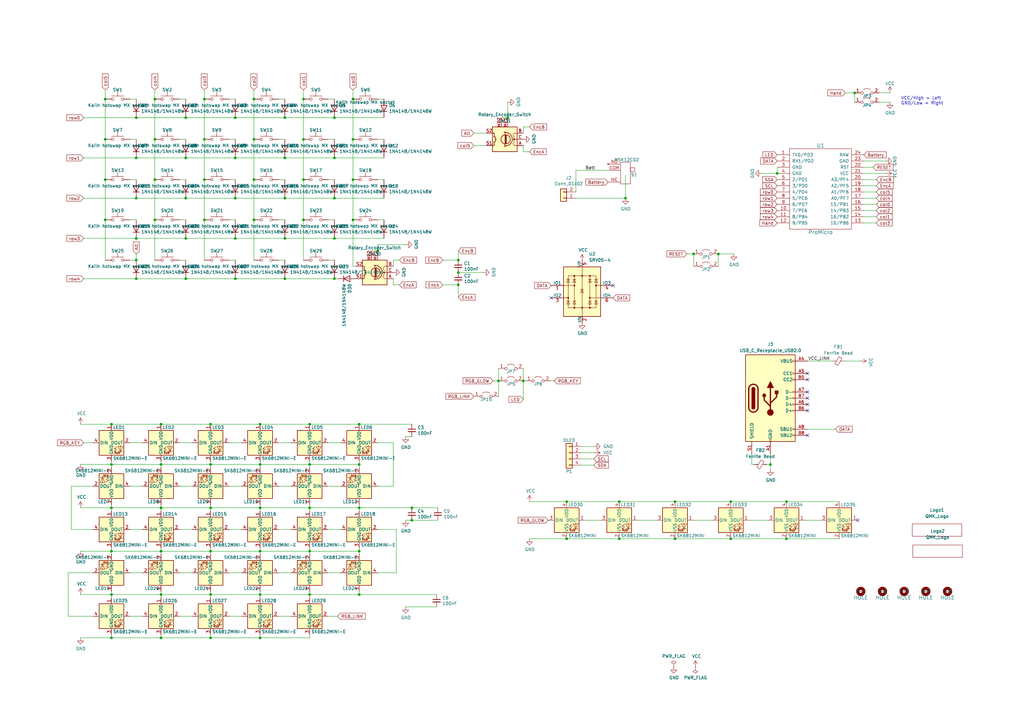
<source format=kicad_sch>
(kicad_sch (version 20230121) (generator eeschema)
  (paper "A3")
  (title_block (title "Lotus 58 Glow") (date "2023-06-09") (rev "v1.3.0") (company "Markus Knutsson <markus.knutsson@tweety.se>") (comment 1 "https://github.com/TweetyDaBird") (comment 2 "Licensed under CERN-OHL-S v2 or any superseding version"))
  (junction (at 124.46 57.15))
  (junction (at 55.88 106.68))
  (junction (at 66.04 261.62))
  (junction (at 137.16 97.79))
  (junction (at 66.04 208.28))
  (junction (at 106.68 243.84))
  (junction (at 214.63 156.21))
  (junction (at 276.86 205.74))
  (junction (at 322.58 205.74))
  (junction (at 86.36 208.28))
  (junction (at 96.52 114.3))
  (junction (at 294.64 104.14))
  (junction (at 144.78 57.15))
  (junction (at 106.68 190.5))
  (junction (at 63.5 90.17))
  (junction (at 86.36 173.99))
  (junction (at 83.82 90.17))
  (junction (at 284.48 104.14))
  (junction (at 187.96 116.84))
  (junction (at 116.84 64.77))
  (junction (at 137.16 64.77))
  (junction (at 45.72 173.99))
  (junction (at 276.86 220.98))
  (junction (at 66.04 243.84))
  (junction (at 55.88 114.3))
  (junction (at 187.96 111.76))
  (junction (at 86.36 261.62))
  (junction (at 116.84 48.26))
  (junction (at 116.84 81.28))
  (junction (at 208.28 48.26))
  (junction (at 124.46 40.64))
  (junction (at 63.5 57.15))
  (junction (at 104.14 40.64))
  (junction (at 76.2 81.28))
  (junction (at 43.18 57.15))
  (junction (at 147.32 226.06))
  (junction (at 55.88 48.26))
  (junction (at 63.5 40.64))
  (junction (at 154.94 102.87))
  (junction (at 55.88 81.28))
  (junction (at 144.78 73.66))
  (junction (at 76.2 64.77))
  (junction (at 104.14 90.17))
  (junction (at 66.04 173.99))
  (junction (at 45.72 208.28))
  (junction (at 168.91 208.28))
  (junction (at 76.2 48.26))
  (junction (at 55.88 97.79))
  (junction (at 299.72 220.98))
  (junction (at 147.32 208.28))
  (junction (at 106.68 173.99))
  (junction (at 63.5 73.66))
  (junction (at 43.18 40.64))
  (junction (at 55.88 64.77))
  (junction (at 116.84 114.3))
  (junction (at 147.32 243.84))
  (junction (at 315.976 190.5))
  (junction (at 45.72 226.06))
  (junction (at 45.72 261.62))
  (junction (at 96.52 64.77))
  (junction (at 168.91 213.36))
  (junction (at 43.18 73.66))
  (junction (at 350.52 38.1))
  (junction (at 76.2 114.3))
  (junction (at 83.82 73.66))
  (junction (at 127 243.84))
  (junction (at 127 208.28))
  (junction (at 45.72 243.84))
  (junction (at 116.84 97.79))
  (junction (at 66.04 190.5))
  (junction (at 86.36 226.06))
  (junction (at 187.96 106.68))
  (junction (at 127 173.99))
  (junction (at 96.52 48.26))
  (junction (at 137.16 81.28))
  (junction (at 127 190.5))
  (junction (at 137.16 48.26))
  (junction (at 124.46 73.66))
  (junction (at 137.16 114.3))
  (junction (at 127 226.06))
  (junction (at 318.77 71.12))
  (junction (at 147.32 190.5))
  (junction (at 45.72 190.5))
  (junction (at 106.68 208.28))
  (junction (at 204.47 156.21))
  (junction (at 83.82 40.64))
  (junction (at 86.36 190.5))
  (junction (at 104.14 73.66))
  (junction (at 83.82 57.15))
  (junction (at 86.36 243.84))
  (junction (at 104.14 57.15))
  (junction (at 96.52 81.28))
  (junction (at 232.41 205.74))
  (junction (at 106.68 226.06))
  (junction (at 322.58 220.98))
  (junction (at 144.78 40.64))
  (junction (at 96.52 97.79))
  (junction (at 144.78 90.17))
  (junction (at 254 220.98))
  (junction (at 106.68 261.62))
  (junction (at 299.72 205.74))
  (junction (at 254 205.74))
  (junction (at 43.18 90.17))
  (junction (at 147.32 173.99))
  (junction (at 76.2 97.79))
  (junction (at 124.46 90.17))
  (junction (at 256.54 81.28))
  (junction (at 232.41 220.98))
  (junction (at 66.04 226.06))
  (no_connect (at 351.79 213.36))
  (no_connect (at 331.216 163.322))
  (no_connect (at 331.216 153.162))
  (no_connect (at 331.216 168.402))
  (no_connect (at 331.216 155.702))
  (no_connect (at 331.216 178.562))
  (no_connect (at 226.06 122.174))
  (no_connect (at 251.46 117.094))
  (no_connect (at 331.216 160.782))
  (no_connect (at 331.216 165.862))
  (wire (pts (xy 299.72 220.98) (xy 322.58 220.98)))
  (wire (pts (xy 354.33 81.28) (xy 359.41 81.28)))
  (wire (pts (xy 147.32 190.5) (xy 147.32 189.23)))
  (wire (pts (xy 238.506 183.134) (xy 243.586 183.134)))
  (wire (pts (xy 127 190.5) (xy 127 189.23)))
  (wire (pts (xy 308.356 186.182) (xy 308.356 190.5)))
  (wire (pts (xy 217.17 220.98) (xy 232.41 220.98)))
  (wire (pts (xy 86.36 226.06) (xy 106.68 226.06)))
  (wire (pts (xy 127 173.99) (xy 147.32 173.99)))
  (wire (pts (xy 137.16 57.15) (xy 134.62 57.15)))
  (wire (pts (xy 187.96 106.68) (xy 187.96 102.87)))
  (wire (pts (xy 127 209.55) (xy 127 208.28)))
  (wire (pts (xy 114.3 40.64) (xy 116.84 40.64)))
  (wire (pts (xy 114.3 252.73) (xy 119.38 252.73)))
  (wire (pts (xy 114.3 181.61) (xy 119.38 181.61)))
  (wire (pts (xy 134.62 217.17) (xy 139.7 217.17)))
  (wire (pts (xy 73.66 199.39) (xy 78.74 199.39)))
  (wire (pts (xy 73.66 73.66) (xy 76.2 73.66)))
  (wire (pts (xy 73.66 234.95) (xy 78.74 234.95)))
  (wire (pts (xy 86.36 208.28) (xy 86.36 209.55)))
  (wire (pts (xy 45.72 261.62) (xy 45.72 260.35)))
  (wire (pts (xy 199.39 54.61) (xy 194.31 54.61)))
  (wire (pts (xy 322.58 205.74) (xy 344.17 205.74)))
  (wire (pts (xy 202.184 156.21) (xy 204.47 156.21)))
  (wire (pts (xy 66.04 245.11) (xy 66.04 243.84)))
  (wire (pts (xy 168.91 213.36) (xy 179.578 213.36)))
  (wire (pts (xy 308.356 190.5) (xy 309.372 190.5)))
  (wire (pts (xy 147.32 208.28) (xy 147.32 209.55)))
  (wire (pts (xy 53.34 199.39) (xy 58.42 199.39)))
  (wire (pts (xy 134.62 181.61) (xy 139.7 181.61)))
  (wire (pts (xy 127 242.57) (xy 127 243.84)))
  (wire (pts (xy 27.94 234.95) (xy 27.94 252.73)))
  (wire (pts (xy 38.1 234.95) (xy 27.94 234.95)))
  (wire (pts (xy 93.98 199.39) (xy 99.06 199.39)))
  (wire (pts (xy 34.29 114.3) (xy 55.88 114.3)))
  (wire (pts (xy 166.37 248.92) (xy 179.07 248.92)))
  (wire (pts (xy 93.98 217.17) (xy 99.06 217.17)))
  (wire (pts (xy 162.56 217.17) (xy 162.56 234.95)))
  (wire (pts (xy 73.66 40.64) (xy 76.2 40.64)))
  (wire (pts (xy 66.04 208.28) (xy 86.36 208.28)))
  (wire (pts (xy 236.22 69.85) (xy 249.428 69.85)))
  (wire (pts (xy 86.36 173.99) (xy 106.68 173.99)))
  (wire (pts (xy 55.88 90.17) (xy 53.34 90.17)))
  (wire (pts (xy 181.61 106.68) (xy 187.96 106.68)))
  (wire (pts (xy 96.52 106.68) (xy 93.98 106.68)))
  (wire (pts (xy 315.976 192.532) (xy 315.976 190.5)))
  (wire (pts (xy 93.98 181.61) (xy 99.06 181.61)))
  (wire (pts (xy 217.17 205.74) (xy 232.41 205.74)))
  (wire (pts (xy 137.16 64.77) (xy 157.48 64.77)))
  (wire (pts (xy 83.82 57.15) (xy 83.82 73.66)))
  (wire (pts (xy 168.91 179.07) (xy 166.37 179.07)))
  (wire (pts (xy 45.72 208.28) (xy 33.02 208.28)))
  (wire (pts (xy 127 243.84) (xy 147.32 243.84)))
  (wire (pts (xy 43.18 36.83) (xy 43.18 40.64)))
  (wire (pts (xy 93.98 40.64) (xy 96.52 40.64)))
  (wire (pts (xy 137.16 114.3) (xy 138.43 114.3)))
  (wire (pts (xy 104.14 40.64) (xy 104.14 57.15)))
  (wire (pts (xy 66.04 208.28) (xy 66.04 209.55)))
  (wire (pts (xy 104.14 36.83) (xy 104.14 40.64)))
  (wire (pts (xy 33.02 173.99) (xy 45.72 173.99)))
  (wire (pts (xy 236.22 69.85) (xy 236.22 78.74)))
  (wire (pts (xy 83.82 73.66) (xy 83.82 90.17)))
  (wire (pts (xy 34.29 181.61) (xy 38.1 181.61)))
  (wire (pts (xy 53.34 181.61) (xy 58.42 181.61)))
  (wire (pts (xy 45.72 190.5) (xy 45.72 191.77)))
  (wire (pts (xy 86.36 224.79) (xy 86.36 226.06)))
  (wire (pts (xy 34.29 64.77) (xy 55.88 64.77)))
  (wire (pts (xy 55.88 64.77) (xy 76.2 64.77)))
  (wire (pts (xy 66.04 242.57) (xy 66.04 243.84)))
  (wire (pts (xy 53.34 73.66) (xy 55.88 73.66)))
  (wire (pts (xy 83.82 40.64) (xy 83.82 57.15)))
  (wire (pts (xy 86.36 190.5) (xy 66.04 190.5)))
  (wire (pts (xy 38.1 217.17) (xy 29.21 217.17)))
  (wire (pts (xy 318.77 71.12) (xy 312.42 71.12)))
  (wire (pts (xy 307.34 213.36) (xy 314.96 213.36)))
  (wire (pts (xy 214.63 156.21) (xy 215.646 156.21)))
  (wire (pts (xy 106.68 190.5) (xy 106.68 189.23)))
  (wire (pts (xy 256.54 71.882) (xy 256.54 81.28)))
  (wire (pts (xy 45.72 227.33) (xy 45.72 226.06)))
  (wire (pts (xy 76.2 114.3) (xy 96.52 114.3)))
  (wire (pts (xy 354.33 73.66) (xy 359.41 73.66)))
  (wire (pts (xy 116.84 73.66) (xy 114.3 73.66)))
  (wire (pts (xy 55.88 104.14) (xy 55.88 106.68)))
  (wire (pts (xy 45.72 208.28) (xy 45.72 209.55)))
  (wire (pts (xy 364.998 41.91) (xy 360.68 41.91)))
  (wire (pts (xy 154.94 73.66) (xy 157.48 73.66)))
  (wire (pts (xy 238.506 185.674) (xy 243.586 185.674)))
  (wire (pts (xy 238.506 190.754) (xy 243.586 190.754)))
  (wire (pts (xy 83.82 90.17) (xy 83.82 106.68)))
  (wire (pts (xy 86.36 190.5) (xy 106.68 190.5)))
  (wire (pts (xy 53.34 252.73) (xy 58.42 252.73)))
  (wire (pts (xy 163.83 116.84) (xy 161.29 116.84)))
  (wire (pts (xy 106.68 208.28) (xy 106.68 209.55)))
  (wire (pts (xy 45.72 189.23) (xy 45.72 190.5)))
  (wire (pts (xy 208.28 41.91) (xy 208.28 48.26)))
  (wire (pts (xy 76.2 81.28) (xy 96.52 81.28)))
  (wire (pts (xy 55.88 97.79) (xy 76.2 97.79)))
  (wire (pts (xy 318.77 68.58) (xy 318.77 71.12)))
  (wire (pts (xy 104.14 73.66) (xy 104.14 90.17)))
  (wire (pts (xy 161.29 116.84) (xy 161.29 114.3)))
  (wire (pts (xy 187.96 121.92) (xy 187.96 116.84)))
  (wire (pts (xy 199.39 59.69) (xy 194.31 59.69)))
  (wire (pts (xy 322.58 220.98) (xy 344.17 220.98)))
  (wire (pts (xy 124.46 90.17) (xy 124.46 106.68)))
  (wire (pts (xy 276.86 220.98) (xy 299.72 220.98)))
  (wire (pts (xy 45.72 207.01) (xy 45.72 208.28)))
  (wire (pts (xy 217.17 52.07) (xy 214.63 52.07)))
  (wire (pts (xy 166.37 100.33) (xy 154.94 100.33)))
  (wire (pts (xy 83.82 36.83) (xy 83.82 40.64)))
  (wire (pts (xy 354.33 71.12) (xy 363.22 71.12)))
  (wire (pts (xy 76.2 64.77) (xy 96.52 64.77)))
  (wire (pts (xy 124.46 40.64) (xy 124.46 57.15)))
  (wire (pts (xy 66.04 261.62) (xy 45.72 261.62)))
  (wire (pts (xy 104.14 57.15) (xy 104.14 73.66)))
  (wire (pts (xy 276.86 205.74) (xy 299.72 205.74)))
  (wire (pts (xy 284.48 213.36) (xy 292.1 213.36)))
  (wire (pts (xy 154.94 90.17) (xy 157.48 90.17)))
  (wire (pts (xy 106.68 190.5) (xy 127 190.5)))
  (wire (pts (xy 27.94 252.73) (xy 38.1 252.73)))
  (wire (pts (xy 254 220.98) (xy 276.86 220.98)))
  (wire (pts (xy 144.78 40.64) (xy 144.78 57.15)))
  (wire (pts (xy 261.62 213.36) (xy 269.24 213.36)))
  (wire (pts (xy 147.32 173.99) (xy 168.91 173.99)))
  (wire (pts (xy 354.33 76.2) (xy 359.41 76.2)))
  (wire (pts (xy 106.68 261.62) (xy 86.36 261.62)))
  (wire (pts (xy 114.3 90.17) (xy 116.84 90.17)))
  (wire (pts (xy 124.46 57.15) (xy 124.46 73.66)))
  (wire (pts (xy 86.36 261.62) (xy 86.36 260.35)))
  (wire (pts (xy 204.47 151.13) (xy 204.47 156.21)))
  (wire (pts (xy 76.2 57.15) (xy 73.66 57.15)))
  (wire (pts (xy 106.68 243.84) (xy 106.68 242.57)))
  (wire (pts (xy 147.32 208.28) (xy 168.91 208.28)))
  (wire (pts (xy 354.33 66.04) (xy 363.22 66.04)))
  (wire (pts (xy 73.66 217.17) (xy 78.74 217.17)))
  (wire (pts (xy 96.52 97.79) (xy 116.84 97.79)))
  (wire (pts (xy 204.47 156.21) (xy 204.47 162.56)))
  (wire (pts (xy 86.36 245.11) (xy 86.36 243.84)))
  (wire (pts (xy 284.48 104.14) (xy 284.48 109.22)))
  (wire (pts (xy 124.46 73.66) (xy 124.46 90.17)))
  (wire (pts (xy 154.94 234.95) (xy 162.56 234.95)))
  (wire (pts (xy 106.68 226.06) (xy 127 226.06)))
  (wire (pts (xy 214.63 151.13) (xy 214.63 156.21)))
  (wire (pts (xy 63.5 36.83) (xy 63.5 40.64)))
  (wire (pts (xy 33.02 243.84) (xy 45.72 243.84)))
  (wire (pts (xy 208.28 48.26) (xy 205.74 48.26)))
  (wire (pts (xy 104.14 90.17) (xy 104.14 106.68)))
  (wire (pts (xy 152.4 102.87) (xy 154.94 102.87)))
  (wire (pts (xy 240.03 213.36) (xy 246.38 213.36)))
  (wire (pts (xy 106.68 245.11) (xy 106.68 243.84)))
  (wire (pts (xy 34.29 97.79) (xy 55.88 97.79)))
  (wire (pts (xy 53.34 234.95) (xy 58.42 234.95)))
  (wire (pts (xy 137.16 106.68) (xy 134.62 106.68)))
  (wire (pts (xy 93.98 57.15) (xy 96.52 57.15)))
  (wire (pts (xy 147.32 224.79) (xy 147.32 226.06)))
  (wire (pts (xy 114.3 234.95) (xy 119.38 234.95)))
  (wire (pts (xy 116.84 106.68) (xy 114.3 106.68)))
  (wire (pts (xy 86.36 190.5) (xy 86.36 191.77)))
  (wire (pts (xy 127 261.62) (xy 106.68 261.62)))
  (wire (pts (xy 33.02 226.06) (xy 45.72 226.06)))
  (wire (pts (xy 147.32 208.28) (xy 147.32 207.01)))
  (wire (pts (xy 106.68 191.77) (xy 106.68 190.5)))
  (wire (pts (xy 154.94 40.64) (xy 157.48 40.64)))
  (wire (pts (xy 147.32 190.5) (xy 147.32 191.77)))
  (wire (pts (xy 127 191.77) (xy 127 190.5)))
  (wire (pts (xy 354.33 83.82) (xy 359.41 83.82)))
  (wire (pts (xy 299.72 205.74) (xy 322.58 205.74)))
  (wire (pts (xy 93.98 234.95) (xy 99.06 234.95)))
  (wire (pts (xy 217.17 62.23) (xy 214.63 62.23)))
  (wire (pts (xy 181.61 116.84) (xy 187.96 116.84)))
  (wire (pts (xy 66.04 173.99) (xy 86.36 173.99)))
  (wire (pts (xy 352.806 148.082) (xy 346.456 148.082)))
  (wire (pts (xy 127 226.06) (xy 147.32 226.06)))
  (wire (pts (xy 350.52 41.91) (xy 350.52 38.1)))
  (wire (pts (xy 86.36 208.28) (xy 86.36 207.01)))
  (wire (pts (xy 187.96 111.76) (xy 198.12 111.76)))
  (wire (pts (xy 354.33 88.9) (xy 359.41 88.9)))
  (wire (pts (xy 73.66 252.73) (xy 78.74 252.73)))
  (wire (pts (xy 29.21 217.17) (xy 29.21 199.39)))
  (wire (pts (xy 147.32 243.84) (xy 179.07 243.84)))
  (wire (pts (xy 281.686 104.14) (xy 284.48 104.14)))
  (wire (pts (xy 214.63 52.07) (xy 214.63 54.61)))
  (wire (pts (xy 55.88 114.3) (xy 76.2 114.3)))
  (wire (pts (xy 93.98 252.73) (xy 99.06 252.73)))
  (wire (pts (xy 66.04 261.62) (xy 66.04 260.35)))
  (wire (pts (xy 137.16 40.64) (xy 134.62 40.64)))
  (wire (pts (xy 45.72 190.5) (xy 33.02 190.5)))
  (wire (pts (xy 96.52 90.17) (xy 93.98 90.17)))
  (wire (pts (xy 116.84 64.77) (xy 137.16 64.77)))
  (wire (pts (xy 137.16 81.28) (xy 157.48 81.28)))
  (wire (pts (xy 66.04 190.5) (xy 66.04 189.23)))
  (wire (pts (xy 354.33 91.44) (xy 359.41 91.44)))
  (wire (pts (xy 45.72 173.99) (xy 66.04 173.99)))
  (wire (pts (xy 34.29 48.26) (xy 55.88 48.26)))
  (wire (pts (xy 154.94 100.33) (xy 154.94 102.87)))
  (wire (pts (xy 144.78 73.66) (xy 144.78 90.17)))
  (wire (pts (xy 127 245.11) (xy 127 243.84)))
  (wire (pts (xy 346.71 38.1) (xy 350.52 38.1)))
  (wire (pts (xy 294.64 104.14) (xy 294.64 109.22)))
  (wire (pts (xy 157.48 57.15) (xy 154.94 57.15)))
  (wire (pts (xy 45.72 190.5) (xy 66.04 190.5)))
  (wire (pts (xy 106.68 224.79) (xy 106.68 226.06)))
  (wire (pts (xy 66.04 224.79) (xy 66.04 226.06)))
  (wire (pts (xy 127 190.5) (xy 147.32 190.5)))
  (wire (pts (xy 147.32 243.84) (xy 147.32 242.57)))
  (wire (pts (xy 96.52 114.3) (xy 116.84 114.3)))
  (wire (pts (xy 116.84 81.28) (xy 137.16 81.28)))
  (wire (pts (xy 106.68 208.28) (xy 127 208.28)))
  (wire (pts (xy 127 261.62) (xy 127 260.35)))
  (wire (pts (xy 354.33 68.58) (xy 358.14 68.58)))
  (wire (pts (xy 127 208.28) (xy 127 207.01)))
  (wire (pts (xy 254 205.74) (xy 276.86 205.74)))
  (wire (pts (xy 154.94 217.17) (xy 162.56 217.17)))
  (wire (pts (xy 161.29 181.61) (xy 161.29 199.39)))
  (wire (pts (xy 96.52 81.28) (xy 116.84 81.28)))
  (wire (pts (xy 86.36 189.23) (xy 86.36 190.5)))
  (wire (pts (xy 96.52 48.26) (xy 116.84 48.26)))
  (wire (pts (xy 63.5 90.17) (xy 63.5 106.68)))
  (wire (pts (xy 66.04 208.28) (xy 66.04 207.01)))
  (wire (pts (xy 66.04 191.77) (xy 66.04 190.5)))
  (wire (pts (xy 86.36 227.33) (xy 86.36 226.06)))
  (wire (pts (xy 138.43 252.73) (xy 134.62 252.73)))
  (wire (pts (xy 73.66 181.61) (xy 78.74 181.61)))
  (wire (pts (xy 163.83 106.68) (xy 161.29 106.68)))
  (wire (pts (xy 127 208.28) (xy 147.32 208.28)))
  (wire (pts (xy 300.99 104.14) (xy 294.64 104.14)))
  (wire (pts (xy 168.91 213.36) (xy 166.37 213.36)))
  (wire (pts (xy 86.36 243.84) (xy 86.36 242.57)))
  (wire (pts (xy 76.2 48.26) (xy 96.52 48.26)))
  (wire (pts (xy 53.34 217.17) (xy 58.42 217.17)))
  (wire (pts (xy 45.72 242.57) (xy 45.72 243.84)))
  (wire (pts (xy 43.18 57.15) (xy 43.18 73.66)))
  (wire (pts (xy 154.94 199.39) (xy 161.29 199.39)))
  (wire (pts (xy 134.62 234.95) (xy 139.7 234.95)))
  (wire (pts (xy 45.72 245.11) (xy 45.72 243.84)))
  (wire (pts (xy 86.36 208.28) (xy 106.68 208.28)))
  (wire (pts (xy 341.376 148.082) (xy 331.216 148.082)))
  (wire (pts (xy 66.04 243.84) (xy 86.36 243.84)))
  (wire (pts (xy 43.18 90.17) (xy 43.18 106.68)))
  (wire (pts (xy 66.04 226.06) (xy 86.36 226.06)))
  (wire (pts (xy 114.3 199.39) (xy 119.38 199.39)))
  (wire (pts (xy 124.46 36.83) (xy 124.46 40.64)))
  (wire (pts (xy 144.78 57.15) (xy 144.78 73.66)))
  (wire (pts (xy 144.78 36.83) (xy 144.78 40.64)))
  (wire (pts (xy 144.78 90.17) (xy 144.78 109.22)))
  (wire (pts (xy 86.36 261.62) (xy 66.04 261.62)))
  (wire (pts (xy 137.16 48.26) (xy 157.48 48.26)))
  (wire (pts (xy 106.68 173.99) (xy 127 173.99)))
  (wire (pts (xy 106.68 261.62) (xy 106.68 260.35)))
  (wire (pts (xy 55.88 48.26) (xy 76.2 48.26)))
  (wire (pts (xy 238.506 188.214) (xy 243.586 188.214)))
  (wire (pts (xy 137.16 97.79) (xy 157.48 97.79)))
  (wire (pts (xy 106.68 243.84) (xy 127 243.84)))
  (wire (pts (xy 76.2 97.79) (xy 96.52 97.79)))
  (wire (pts (xy 127 227.33) (xy 127 226.06)))
  (wire (pts (xy 76.2 90.17) (xy 73.66 90.17)))
  (wire (pts (xy 29.21 199.39) (xy 38.1 199.39)))
  (wire (pts (xy 45.72 261.62) (xy 33.02 261.62)))
  (wire (pts (xy 364.998 38.1) (xy 360.68 38.1)))
  (wire (pts (xy 232.41 220.98) (xy 254 220.98)))
  (wire (pts (xy 45.72 226.06) (xy 66.04 226.06)))
  (wire (pts (xy 168.91 208.28) (xy 179.578 208.28)))
  (wire (pts (xy 63.5 73.66) (xy 63.5 90.17)))
  (wire (pts (xy 161.29 106.68) (xy 161.29 109.22)))
  (wire (pts (xy 114.3 217.17) (xy 119.38 217.17)))
  (wire (pts (xy 137.16 73.66) (xy 134.62 73.66)))
  (wire (pts (xy 144.78 109.22) (xy 146.05 109.22)))
  (wire (pts (xy 76.2 106.68) (xy 73.66 106.68)))
  (wire (pts (xy 55.88 57.15) (xy 53.34 57.15)))
  (wire (pts (xy 314.452 190.5) (xy 315.976 190.5)))
  (wire (pts (xy 354.33 86.36) (xy 359.41 86.36)))
  (wire (pts (xy 106.68 226.06) (xy 106.68 227.33)))
  (wire (pts (xy 116.84 57.15) (xy 114.3 57.15)))
  (wire (pts (xy 93.98 73.66) (xy 96.52 73.66)))
  (wire (pts (xy 330.2 213.36) (xy 336.55 213.36)))
  (wire (pts (xy 55.88 40.64) (xy 53.34 40.64)))
  (wire (pts (xy 154.94 181.61) (xy 161.29 181.61)))
  (wire (pts (xy 86.36 243.84) (xy 106.68 243.84)))
  (wire (pts (xy 127 224.79) (xy 127 226.06)))
  (wire (pts (xy 116.84 114.3) (xy 137.16 114.3)))
  (wire (pts (xy 55.88 81.28) (xy 76.2 81.28)))
  (wire (pts (xy 137.16 90.17) (xy 134.62 90.17)))
  (wire (pts (xy 116.84 97.79) (xy 137.16 97.79)))
  (wire (pts (xy 45.72 208.28) (xy 66.04 208.28)))
  (wire (pts (xy 225.806 156.21) (xy 227.33 156.21)))
  (wire (pts (xy 63.5 40.64) (xy 63.5 57.15)))
  (wire (pts (xy 34.29 81.28) (xy 55.88 81.28)))
  (wire (pts (xy 66.04 226.06) (xy 66.04 227.33)))
  (wire (pts (xy 45.72 243.84) (xy 66.04 243.84)))
  (wire (pts (xy 106.68 208.28) (xy 106.68 207.01)))
  (wire (pts (xy 315.976 190.5) (xy 315.976 186.182)))
  (wire (pts (xy 236.22 81.28) (xy 256.54 81.28)))
  (wire (pts (xy 96.52 64.77) (xy 116.84 64.77)))
  (wire (pts (xy 214.63 62.23) (xy 214.63 59.69)))
  (wire (pts (xy 45.72 224.79) (xy 45.72 226.06)))
  (wire (pts (xy 354.33 78.74) (xy 359.41 78.74)))
  (wire (pts (xy 232.41 205.74) (xy 254 205.74)))
  (wire (pts (xy 53.34 106.68) (xy 55.88 106.68)))
  (wire (pts (xy 331.216 176.022) (xy 342.646 176.022)))
  (wire (pts (xy 147.32 226.06) (xy 147.32 227.33)))
  (wire (pts (xy 43.18 40.64) (xy 43.18 57.15)))
  (wire (pts (xy 116.84 48.26) (xy 137.16 48.26)))
  (wire (pts (xy 63.5 57.15) (xy 63.5 73.66)))
  (wire (pts (xy 214.63 156.21) (xy 214.63 163.83)))
  (wire (pts (xy 43.18 73.66) (xy 43.18 90.17)))
  (wire (pts (xy 134.62 199.39) (xy 139.7 199.39)))
  (text "VCC/High = Left\nGND/Low = Right" (at 369.57 43.18 0) (effects (font (size 1.27 1.27)) (justify left bottom)))
  (label "VCC_LINK" (at 331.47 148.082 0))
  (label "Batt" (at 240.03 69.85 0))
  (global_label "Alt" (shape input) (at 55.88 104.14 90) (property "Intersheetrefs" "${INTERSHEET_REFS}" (effects hide)))
  (global_label "col2" (shape input) (at 359.41 86.36 0) (property "Intersheetrefs" "${INTERSHEET_REFS}" (effects hide)))
  (global_label "EncB" (shape input) (at 359.41 73.66 0) (property "Intersheetrefs" "${INTERSHEET_REFS}" (effects hide)))
  (global_label "RESET" (shape input) (at 281.686 104.14 180) (property "Intersheetrefs" "${INTERSHEET_REFS}" (effects hide)))
  (global_label "row2" (shape input) (at 318.77 83.82 180) (property "Intersheetrefs" "${INTERSHEET_REFS}" (effects hide)))
  (global_label "RESET" (shape input) (at 358.14 68.58 0) (property "Intersheetrefs" "${INTERSHEET_REFS}" (effects hide)))
  (global_label "EncA" (shape input) (at 217.17 62.23 0) (property "Intersheetrefs" "${INTERSHEET_REFS}" (effects hide)))
  (global_label "col4" (shape input) (at 63.5 36.83 90) (property "Intersheetrefs" "${INTERSHEET_REFS}" (effects hide)))
  (global_label "DATA" (shape input) (at 251.46 122.174 0) (property "Intersheetrefs" "${INTERSHEET_REFS}" (effects hide)))
  (global_label "row1" (shape input) (at 318.77 81.28 180) (property "Intersheetrefs" "${INTERSHEET_REFS}" (effects hide)))
  (global_label "RGB_GLOW" (shape input) (at 224.79 213.36 180) (property "Intersheetrefs" "${INTERSHEET_REFS}" (effects hide)))
  (global_label "Battery" (shape input) (at 354.33 63.5 0) (property "Intersheetrefs" "${INTERSHEET_REFS}" (effects hide)))
  (global_label "EncB" (shape input) (at 181.61 106.68 180) (property "Intersheetrefs" "${INTERSHEET_REFS}" (effects hide)))
  (global_label "RGB_GLOW" (shape input) (at 202.184 156.21 180) (property "Intersheetrefs" "${INTERSHEET_REFS}" (effects hide)))
  (global_label "EncA" (shape input) (at 187.96 121.92 0) (property "Intersheetrefs" "${INTERSHEET_REFS}" (effects hide)))
  (global_label "RGB_KEY" (shape input) (at 227.33 156.21 0) (property "Intersheetrefs" "${INTERSHEET_REFS}" (effects hide)))
  (global_label "RGB_LINK" (shape input) (at 194.31 162.56 180) (property "Intersheetrefs" "${INTERSHEET_REFS}" (effects hide)))
  (global_label "row3" (shape input) (at 34.29 97.79 180) (property "Intersheetrefs" "${INTERSHEET_REFS}" (effects hide)))
  (global_label "row3" (shape input) (at 318.77 86.36 180) (property "Intersheetrefs" "${INTERSHEET_REFS}" (effects hide)))
  (global_label "SCL" (shape input) (at 318.77 76.2 180) (property "Intersheetrefs" "${INTERSHEET_REFS}" (effects hide)))
  (global_label "SDA" (shape input) (at 243.586 190.754 0) (property "Intersheetrefs" "${INTERSHEET_REFS}" (effects hide)))
  (global_label "EncA" (shape input) (at 163.83 116.84 0) (property "Intersheetrefs" "${INTERSHEET_REFS}" (effects hide)))
  (global_label "col4" (shape input) (at 359.41 81.28 0) (property "Intersheetrefs" "${INTERSHEET_REFS}" (effects hide)))
  (global_label "row1" (shape input) (at 34.29 64.77 180) (property "Intersheetrefs" "${INTERSHEET_REFS}" (effects hide)))
  (global_label "RGB_LINK" (shape input) (at 138.43 252.73 0) (property "Intersheetrefs" "${INTERSHEET_REFS}" (effects hide)))
  (global_label "row2" (shape input) (at 34.29 81.28 180) (property "Intersheetrefs" "${INTERSHEET_REFS}" (effects hide)))
  (global_label "col5" (shape input) (at 194.31 59.69 180) (property "Intersheetrefs" "${INTERSHEET_REFS}" (effects hide)))
  (global_label "col5" (shape input) (at 43.18 36.83 90) (property "Intersheetrefs" "${INTERSHEET_REFS}" (effects hide)))
  (global_label "EncA" (shape input) (at 359.41 76.2 0) (property "Intersheetrefs" "${INTERSHEET_REFS}" (effects hide)))
  (global_label "col0" (shape input) (at 359.41 83.82 0) (property "Intersheetrefs" "${INTERSHEET_REFS}" (effects hide)))
  (global_label "col3" (shape input) (at 83.82 36.83 90) (property "Intersheetrefs" "${INTERSHEET_REFS}" (effects hide)))
  (global_label "Battery" (shape input) (at 249.428 74.676 180) (property "Intersheetrefs" "${INTERSHEET_REFS}" (effects hide)))
  (global_label "EncB" (shape input) (at 217.17 52.07 0) (property "Intersheetrefs" "${INTERSHEET_REFS}" (effects hide)))
  (global_label "LED" (shape input) (at 318.77 63.5 180) (property "Intersheetrefs" "${INTERSHEET_REFS}" (effects hide)))
  (global_label "SCL" (shape input) (at 243.586 188.214 0) (property "Intersheetrefs" "${INTERSHEET_REFS}" (effects hide)))
  (global_label "Hand" (shape input) (at 318.77 91.44 180) (property "Intersheetrefs" "${INTERSHEET_REFS}" (effects hide)))
  (global_label "row0" (shape input) (at 34.29 48.26 180) (property "Intersheetrefs" "${INTERSHEET_REFS}" (effects hide)))
  (global_label "SDA" (shape input) (at 318.77 73.66 180) (property "Intersheetrefs" "${INTERSHEET_REFS}" (effects hide)))
  (global_label "RGB_KEY" (shape input) (at 34.29 181.61 180) (property "Intersheetrefs" "${INTERSHEET_REFS}" (effects hide)))
  (global_label "Alt" (shape input) (at 194.31 54.61 180) (property "Intersheetrefs" "${INTERSHEET_REFS}" (effects hide)))
  (global_label "col5" (shape input) (at 359.41 78.74 0) (property "Intersheetrefs" "${INTERSHEET_REFS}" (effects hide)))
  (global_label "DATA" (shape input) (at 342.646 176.022 0) (property "Intersheetrefs" "${INTERSHEET_REFS}" (effects hide)))
  (global_label "EncB" (shape input) (at 187.96 102.87 0) (property "Intersheetrefs" "${INTERSHEET_REFS}" (effects hide)))
  (global_label "EncA" (shape input) (at 181.61 116.84 180) (property "Intersheetrefs" "${INTERSHEET_REFS}" (effects hide)))
  (global_label "row4" (shape input) (at 34.29 114.3 180) (property "Intersheetrefs" "${INTERSHEET_REFS}" (effects hide)))
  (global_label "row0" (shape input) (at 318.77 78.74 180) (property "Intersheetrefs" "${INTERSHEET_REFS}" (effects hide)))
  (global_label "col1" (shape input) (at 359.41 88.9 0) (property "Intersheetrefs" "${INTERSHEET_REFS}" (effects hide)))
  (global_label "col1" (shape input) (at 124.46 36.83 90) (property "Intersheetrefs" "${INTERSHEET_REFS}" (effects hide)))
  (global_label "col0" (shape input) (at 144.78 36.83 90) (property "Intersheetrefs" "${INTERSHEET_REFS}" (effects hide)))
  (global_label "Hand" (shape input) (at 346.71 38.1 180) (property "Intersheetrefs" "${INTERSHEET_REFS}" (effects hide)))
  (global_label "col2" (shape input) (at 104.14 36.83 90) (property "Intersheetrefs" "${INTERSHEET_REFS}" (effects hide)))
  (global_label "DATA" (shape input) (at 318.77 66.04 180) (property "Intersheetrefs" "${INTERSHEET_REFS}" (effects hide)))
  (global_label "row4" (shape input) (at 318.77 88.9 180) (property "Intersheetrefs" "${INTERSHEET_REFS}" (effects hide)))
  (global_label "DATA" (shape input) (at 226.06 117.094 180) (property "Intersheetrefs" "${INTERSHEET_REFS}" (effects hide)))
  (global_label "col3" (shape input) (at 359.41 91.44 0) (property "Intersheetrefs" "${INTERSHEET_REFS}" (effects hide)))
  (global_label "EncB" (shape input) (at 163.83 106.68 0) (property "Intersheetrefs" "${INTERSHEET_REFS}" (effects hide)))
  (global_label "LED" (shape input) (at 214.63 163.83 180) (property "Intersheetrefs" "${INTERSHEET_REFS}" (effects hide)))
  (symbol (lib_id "keebio:ProMicro") (at 336.55 77.47 0) (unit 1)
    (property "Reference" "U1" (at 336.55 59.69 0) (effects (font (size 1.524 1.524))))
    (property "Value" "ProMicro" (at 336.55 95.25 0) (effects (font (size 1.524 1.524))))
    (property "Footprint" "Keyboard Controllers:ProMicro_jumpers" (effects hide))
  )
  (symbol (lib_id "Switch:SW_Push") (at 48.26 106.68 0) (mirror y) (unit 1)
    (property "Reference" "SW25" (at 48.26 102.87 0))
    (property "Value" "Kailh hotswap MX socket" (at 48.26 109.22 0))
    (property "Footprint" "Keyboard Switches:SW_MX_HotSwap_Reversible" (effects hide))
  )
  (symbol (lib_id "Switch:SW_Push") (at 68.58 106.68 0) (mirror y) (unit 1)
    (property "Reference" "SW26" (at 68.58 102.87 0))
    (property "Value" "Kailh hotswap MX socket" (at 68.58 109.22 0))
    (property "Footprint" "Keyboard Switches:SW_MX_HotSwap_Reversible" (effects hide))
  )
  (symbol (lib_id "Switch:SW_Push") (at 48.26 40.64 0) (mirror y) (unit 1)
    (property "Reference" "SW1" (at 48.26 36.83 0))
    (property "Value" "Kailh hotswap MX socket" (at 48.26 43.18 0))
    (property "Footprint" "Keyboard Switches:SW_MX_HotSwap_Reversible" (effects hide))
  )
  (symbol (lib_id "Device:D") (at 55.88 44.45 90) (unit 1)
    (property "Reference" "D1" (at 57.8866 43.2816 90) (effects (justify right)))
    (property "Value" "1N4148/1N4148W" (at 57.8866 45.593 90) (effects (justify right)))
    (property "Footprint" "Keyboard Common:Diode_DO35_SOD123" (effects hide))
  )
  (symbol (lib_id "Switch:SW_Push") (at 68.58 40.64 0) (mirror y) (unit 1)
    (property "Reference" "SW2" (at 68.58 36.83 0))
    (property "Value" "Kailh hotswap MX socket" (at 68.58 43.18 0))
    (property "Footprint" "Keyboard Switches:SW_MX_HotSwap_Reversible" (effects hide))
  )
  (symbol (lib_id "Device:D") (at 76.2 44.45 90) (unit 1)
    (property "Reference" "D2" (at 78.2066 43.2816 90) (effects (justify right)))
    (property "Value" "1N4148/1N4148W" (at 78.2066 45.593 90) (effects (justify right)))
    (property "Footprint" "Keyboard Common:Diode_DO35_SOD123" (effects hide))
  )
  (symbol (lib_id "Switch:SW_Push") (at 88.9 40.64 0) (mirror y) (unit 1)
    (property "Reference" "SW3" (at 88.9 36.83 0))
    (property "Value" "Kailh hotswap MX socket" (at 88.9 43.18 0))
    (property "Footprint" "Keyboard Switches:SW_MX_HotSwap_Reversible" (effects hide))
  )
  (symbol (lib_id "Device:D") (at 96.52 44.45 90) (unit 1)
    (property "Reference" "D3" (at 98.5266 43.2816 90) (effects (justify right)))
    (property "Value" "1N4148/1N4148W" (at 98.5266 45.593 90) (effects (justify right)))
    (property "Footprint" "Keyboard Common:Diode_DO35_SOD123" (effects hide))
  )
  (symbol (lib_id "Switch:SW_Push") (at 109.22 40.64 0) (mirror y) (unit 1)
    (property "Reference" "SW4" (at 109.22 36.83 0))
    (property "Value" "Kailh hotswap MX socket" (at 109.22 43.18 0))
    (property "Footprint" "Keyboard Switches:SW_MX_HotSwap_Reversible" (effects hide))
  )
  (symbol (lib_id "Device:D") (at 116.84 44.45 90) (unit 1)
    (property "Reference" "D4" (at 118.8466 43.2816 90) (effects (justify right)))
    (property "Value" "1N4148/1N4148W" (at 118.8466 45.593 90) (effects (justify right)))
    (property "Footprint" "Keyboard Common:Diode_DO35_SOD123" (effects hide))
  )
  (symbol (lib_id "Switch:SW_Push") (at 129.54 40.64 0) (mirror y) (unit 1)
    (property "Reference" "SW5" (at 129.54 36.83 0))
    (property "Value" "Kailh hotswap MX socket" (at 129.54 43.18 0))
    (property "Footprint" "Keyboard Switches:SW_MX_HotSwap_Reversible" (effects hide))
  )
  (symbol (lib_id "Device:D") (at 137.16 44.45 90) (unit 1)
    (property "Reference" "D5" (at 139.1666 43.2816 90) (effects (justify right)))
    (property "Value" "1N4148/1N4148W" (at 139.1666 45.593 90) (effects (justify right)))
    (property "Footprint" "Keyboard Common:Diode_DO35_SOD123" (effects hide))
  )
  (symbol (lib_id "Switch:SW_Push") (at 149.86 40.64 0) (mirror y) (unit 1)
    (property "Reference" "SW6" (at 149.86 36.83 0))
    (property "Value" "Kailh hotswap MX socket" (at 149.86 41.91 0))
    (property "Footprint" "Keyboard Switches:SW_MX_HotSwap_Reversible" (effects hide))
  )
  (symbol (lib_id "Device:D") (at 157.48 44.45 90) (unit 1)
    (property "Reference" "D6" (at 159.4866 43.2816 90) (effects (justify right)))
    (property "Value" "1N4148/1N4148W" (at 159.4866 45.593 90) (effects (justify right)))
    (property "Footprint" "Keyboard Common:Diode_DO35_SOD123" (effects hide))
  )
  (symbol (lib_id "Switch:SW_Push") (at 68.58 57.15 0) (mirror y) (unit 1)
    (property "Reference" "SW8" (at 68.58 53.34 0))
    (property "Value" "Kailh hotswap MX socket" (at 68.58 59.69 0))
    (property "Footprint" "Keyboard Switches:SW_MX_HotSwap_Reversible" (effects hide))
  )
  (symbol (lib_id "Switch:SW_Push") (at 88.9 57.15 0) (mirror y) (unit 1)
    (property "Reference" "SW9" (at 88.9 53.34 0))
    (property "Value" "Kailh hotswap MX socket" (at 88.9 59.69 0))
    (property "Footprint" "Keyboard Switches:SW_MX_HotSwap_Reversible" (effects hide))
  )
  (symbol (lib_id "Switch:SW_Push") (at 109.22 57.15 0) (mirror y) (unit 1)
    (property "Reference" "SW10" (at 109.22 53.34 0))
    (property "Value" "Kailh hotswap MX socket" (at 109.22 59.69 0))
    (property "Footprint" "Keyboard Switches:SW_MX_HotSwap_Reversible" (effects hide))
  )
  (symbol (lib_id "Switch:SW_Push") (at 129.54 57.15 0) (mirror y) (unit 1)
    (property "Reference" "SW11" (at 129.54 53.34 0))
    (property "Value" "Kailh hotswap MX socket" (at 129.54 59.69 0))
    (property "Footprint" "Keyboard Switches:SW_MX_HotSwap_Reversible" (effects hide))
  )
  (symbol (lib_id "Switch:SW_Push") (at 149.86 57.15 0) (mirror y) (unit 1)
    (property "Reference" "SW12" (at 149.86 53.34 0))
    (property "Value" "Kailh hotswap MX socket" (at 149.86 59.69 0))
    (property "Footprint" "Keyboard Switches:SW_MX_HotSwap_Reversible" (effects hide))
  )
  (symbol (lib_id "Switch:SW_Push") (at 48.26 57.15 0) (mirror y) (unit 1)
    (property "Reference" "SW7" (at 48.26 53.34 0))
    (property "Value" "Kailh hotswap MX socket" (at 48.26 59.69 0))
    (property "Footprint" "Keyboard Switches:SW_MX_HotSwap_Reversible" (effects hide))
  )
  (symbol (lib_id "Device:D") (at 55.88 60.96 90) (unit 1)
    (property "Reference" "D7" (at 57.8866 59.7916 90) (effects (justify right)))
    (property "Value" "1N4148/1N4148W" (at 57.8866 62.103 90) (effects (justify right)))
    (property "Footprint" "Keyboard Common:Diode_DO35_SOD123" (effects hide))
  )
  (symbol (lib_id "Device:D") (at 76.2 60.96 90) (unit 1)
    (property "Reference" "D8" (at 78.2066 59.7916 90) (effects (justify right)))
    (property "Value" "1N4148/1N4148W" (at 78.2066 62.103 90) (effects (justify right)))
    (property "Footprint" "Keyboard Common:Diode_DO35_SOD123" (effects hide))
  )
  (symbol (lib_id "Device:D") (at 96.52 60.96 90) (unit 1)
    (property "Reference" "D9" (at 98.5266 59.7916 90) (effects (justify right)))
    (property "Value" "1N4148/1N4148W" (at 98.5266 62.103 90) (effects (justify right)))
    (property "Footprint" "Keyboard Common:Diode_DO35_SOD123" (effects hide))
  )
  (symbol (lib_id "Device:D") (at 116.84 60.96 90) (unit 1)
    (property "Reference" "D10" (at 118.8466 59.7916 90) (effects (justify right)))
    (property "Value" "1N4148/1N4148W" (at 118.8466 62.103 90) (effects (justify right)))
    (property "Footprint" "Keyboard Common:Diode_DO35_SOD123" (effects hide))
  )
  (symbol (lib_id "Device:D") (at 137.16 60.96 90) (unit 1)
    (property "Reference" "D11" (at 139.1666 59.7916 90) (effects (justify right)))
    (property "Value" "1N4148/1N4148W" (at 139.1666 62.103 90) (effects (justify right)))
    (property "Footprint" "Keyboard Common:Diode_DO35_SOD123" (effects hide))
  )
  (symbol (lib_id "Device:D") (at 157.48 60.96 90) (unit 1)
    (property "Reference" "D12" (at 159.4866 59.7916 90) (effects (justify right)))
    (property "Value" "1N4148/1N4148W" (at 159.4866 62.103 90) (effects (justify right)))
    (property "Footprint" "Keyboard Common:Diode_DO35_SOD123" (effects hide))
  )
  (symbol (lib_id "Switch:SW_Push") (at 48.26 73.66 0) (mirror y) (unit 1)
    (property "Reference" "SW13" (at 48.26 69.85 0))
    (property "Value" "Kailh hotswap MX socket" (at 48.26 76.2 0))
    (property "Footprint" "Keyboard Switches:SW_MX_HotSwap_Reversible" (effects hide))
  )
  (symbol (lib_id "Switch:SW_Push") (at 68.58 73.66 0) (mirror y) (unit 1)
    (property "Reference" "SW14" (at 68.58 69.85 0))
    (property "Value" "Kailh hotswap MX socket" (at 68.58 76.2 0))
    (property "Footprint" "Keyboard Switches:SW_MX_HotSwap_Reversible" (effects hide))
  )
  (symbol (lib_id "Switch:SW_Push") (at 88.9 73.66 0) (mirror y) (unit 1)
    (property "Reference" "SW15" (at 88.9 69.85 0))
    (property "Value" "Kailh hotswap MX socket" (at 88.9 76.2 0))
    (property "Footprint" "Keyboard Switches:SW_MX_HotSwap_Reversible" (effects hide))
  )
  (symbol (lib_id "Switch:SW_Push") (at 109.22 73.66 0) (mirror y) (unit 1)
    (property "Reference" "SW16" (at 109.22 69.85 0))
    (property "Value" "Kailh hotswap MX socket" (at 109.22 76.2 0))
    (property "Footprint" "Keyboard Switches:SW_MX_HotSwap_Reversible" (effects hide))
  )
  (symbol (lib_id "Switch:SW_Push") (at 129.54 73.66 0) (mirror y) (unit 1)
    (property "Reference" "SW17" (at 129.54 69.85 0))
    (property "Value" "Kailh hotswap MX socket" (at 129.54 76.2 0))
    (property "Footprint" "Keyboard Switches:SW_MX_HotSwap_Reversible" (effects hide))
  )
  (symbol (lib_id "Switch:SW_Push") (at 149.86 73.66 0) (mirror y) (unit 1)
    (property "Reference" "SW18" (at 149.86 69.85 0))
    (property "Value" "Kailh hotswap MX socket" (at 149.86 76.2 0))
    (property "Footprint" "Keyboard Switches:SW_MX_HotSwap_Reversible" (effects hide))
  )
  (symbol (lib_id "Device:D") (at 55.88 77.47 90) (unit 1)
    (property "Reference" "D13" (at 57.8866 76.3016 90) (effects (justify right)))
    (property "Value" "1N4148/1N4148W" (at 57.8866 78.613 90) (effects (justify right)))
    (property "Footprint" "Keyboard Common:Diode_DO35_SOD123" (effects hide))
  )
  (symbol (lib_id "Device:D") (at 76.2 77.47 90) (unit 1)
    (property "Reference" "D14" (at 78.2066 76.3016 90) (effects (justify right)))
    (property "Value" "1N4148/1N4148W" (at 78.2066 78.613 90) (effects (justify right)))
    (property "Footprint" "Keyboard Common:Diode_DO35_SOD123" (effects hide))
  )
  (symbol (lib_id "Device:D") (at 96.52 77.47 90) (unit 1)
    (property "Reference" "D15" (at 98.5266 76.3016 90) (effects (justify right)))
    (property "Value" "1N4148/1N4148W" (at 98.5266 78.613 90) (effects (justify right)))
    (property "Footprint" "Keyboard Common:Diode_DO35_SOD123" (effects hide))
  )
  (symbol (lib_id "Device:D") (at 116.84 77.47 90) (unit 1)
    (property "Reference" "D16" (at 118.8466 76.3016 90) (effects (justify right)))
    (property "Value" "1N4148/1N4148W" (at 118.8466 78.613 90) (effects (justify right)))
    (property "Footprint" "Keyboard Common:Diode_DO35_SOD123" (effects hide))
  )
  (symbol (lib_id "Device:D") (at 137.16 77.47 90) (unit 1)
    (property "Reference" "D17" (at 139.1666 76.3016 90) (effects (justify right)))
    (property "Value" "1N4148/1N4148W" (at 139.1666 78.613 90) (effects (justify right)))
    (property "Footprint" "Keyboard Common:Diode_DO35_SOD123" (effects hide))
  )
  (symbol (lib_id "Device:D") (at 157.48 77.47 90) (unit 1)
    (property "Reference" "D18" (at 159.4866 76.3016 90) (effects (justify right)))
    (property "Value" "1N4148/1N4148W" (at 159.4866 78.613 90) (effects (justify right)))
    (property "Footprint" "Keyboard Common:Diode_DO35_SOD123" (effects hide))
  )
  (symbol (lib_id "Switch:SW_Push") (at 88.9 90.17 0) (mirror y) (unit 1)
    (property "Reference" "SW21" (at 88.9 86.36 0))
    (property "Value" "Kailh hotswap MX socket" (at 88.9 92.71 0))
    (property "Footprint" "Keyboard Switches:SW_MX_HotSwap_Reversible" (effects hide))
  )
  (symbol (lib_id "Switch:SW_Push") (at 109.22 90.17 0) (mirror y) (unit 1)
    (property "Reference" "SW22" (at 109.22 86.36 0))
    (property "Value" "Kailh hotswap MX socket" (at 109.22 92.71 0))
    (property "Footprint" "Keyboard Switches:SW_MX_HotSwap_Reversible" (effects hide))
  )
  (symbol (lib_id "Switch:SW_Push") (at 129.54 90.17 0) (mirror y) (unit 1)
    (property "Reference" "SW23" (at 129.54 86.36 0))
    (property "Value" "Kailh hotswap MX socket" (at 129.54 92.71 0))
    (property "Footprint" "Keyboard Switches:SW_MX_HotSwap_Reversible" (effects hide))
  )
  (symbol (lib_id "Switch:SW_Push") (at 149.86 90.17 0) (mirror y) (unit 1)
    (property "Reference" "SW24" (at 149.86 86.36 0))
    (property "Value" "Kailh hotswap MX socket" (at 149.86 92.71 0))
    (property "Footprint" "Keyboard Switches:SW_MX_HotSwap_Reversible" (effects hide))
  )
  (symbol (lib_id "Switch:SW_Push") (at 68.58 90.17 0) (mirror y) (unit 1)
    (property "Reference" "SW20" (at 68.58 86.36 0))
    (property "Value" "Kailh hotswap MX socket" (at 68.58 92.71 0))
    (property "Footprint" "Keyboard Switches:SW_MX_HotSwap_Reversible" (effects hide))
  )
  (symbol (lib_id "Switch:SW_Push") (at 48.26 90.17 0) (mirror y) (unit 1)
    (property "Reference" "SW19" (at 48.26 86.36 0))
    (property "Value" "Kailh hotswap MX socket" (at 48.26 92.71 0))
    (property "Footprint" "Keyboard Switches:SW_MX_HotSwap_Reversible" (effects hide))
  )
  (symbol (lib_id "Device:D") (at 55.88 93.98 90) (unit 1)
    (property "Reference" "D19" (at 57.8866 92.8116 90) (effects (justify right)))
    (property "Value" "1N4148/1N4148W" (at 57.8866 95.123 90) (effects (justify right)))
    (property "Footprint" "Keyboard Common:Diode_DO35_SOD123" (effects hide))
  )
  (symbol (lib_id "Device:D") (at 76.2 93.98 90) (unit 1)
    (property "Reference" "D20" (at 78.2066 92.8116 90) (effects (justify right)))
    (property "Value" "1N4148/1N4148W" (at 78.2066 95.123 90) (effects (justify right)))
    (property "Footprint" "Keyboard Common:Diode_DO35_SOD123" (effects hide))
  )
  (symbol (lib_id "Device:D") (at 96.52 93.98 90) (unit 1)
    (property "Reference" "D21" (at 98.5266 92.8116 90) (effects (justify right)))
    (property "Value" "1N4148/1N4148W" (at 98.5266 95.123 90) (effects (justify right)))
    (property "Footprint" "Keyboard Common:Diode_DO35_SOD123" (effects hide))
  )
  (symbol (lib_id "Device:D") (at 116.84 93.98 90) (unit 1)
    (property "Reference" "D22" (at 118.8466 92.8116 90) (effects (justify right)))
    (property "Value" "1N4148/1N4148W" (at 118.8466 95.123 90) (effects (justify right)))
    (property "Footprint" "Keyboard Common:Diode_DO35_SOD123" (effects hide))
  )
  (symbol (lib_id "Device:D") (at 137.16 93.98 90) (unit 1)
    (property "Reference" "D23" (at 139.1666 92.8116 90) (effects (justify right)))
    (property "Value" "1N4148/1N4148W" (at 139.1666 95.123 90) (effects (justify right)))
    (property "Footprint" "Keyboard Common:Diode_DO35_SOD123" (effects hide))
  )
  (symbol (lib_id "Device:D") (at 157.48 93.98 90) (unit 1)
    (property "Reference" "D24" (at 159.4866 92.8116 90) (effects (justify right)))
    (property "Value" "1N4148/1N4148W" (at 159.4866 95.123 90) (effects (justify right)))
    (property "Footprint" "Keyboard Common:Diode_DO35_SOD123" (effects hide))
  )
  (symbol (lib_id "Switch:SW_Push") (at 88.9 106.68 0) (mirror y) (unit 1)
    (property "Reference" "SW27" (at 88.9 102.87 0))
    (property "Value" "Kailh hotswap MX socket" (at 88.9 109.22 0))
    (property "Footprint" "Keyboard Switches:SW_MX_HotSwap_Reversible" (effects hide))
  )
  (symbol (lib_id "Switch:SW_Push") (at 109.22 106.68 0) (mirror y) (unit 1)
    (property "Reference" "SW28" (at 109.22 102.87 0))
    (property "Value" "Kailh hotswap MX socket" (at 109.22 109.22 0))
    (property "Footprint" "Keyboard Switches:SW_MX_HotSwap_Reversible" (effects hide))
  )
  (symbol (lib_id "Switch:SW_Push") (at 129.54 106.68 0) (mirror y) (unit 1)
    (property "Reference" "SW29" (at 129.54 102.87 0))
    (property "Value" "Kailh hotswap MX socket" (at 129.54 109.22 0))
    (property "Footprint" "Keyboard Switches:SW_MX_HotSwap_Reversible" (effects hide))
  )
  (symbol (lib_id "Device:D") (at 55.88 110.49 90) (unit 1)
    (property "Reference" "D25" (at 57.8866 109.3216 90) (effects (justify right)))
    (property "Value" "1N4148/1N4148W" (at 57.8866 111.633 90) (effects (justify right)))
    (property "Footprint" "Keyboard Common:Diode_DO35_SOD123" (effects hide))
  )
  (symbol (lib_id "Device:D") (at 76.2 110.49 90) (unit 1)
    (property "Reference" "D26" (at 78.2066 109.3216 90) (effects (justify right)))
    (property "Value" "1N4148/1N4148W" (at 78.2066 111.633 90) (effects (justify right)))
    (property "Footprint" "Keyboard Common:Diode_DO35_SOD123" (effects hide))
  )
  (symbol (lib_id "Device:D") (at 96.52 110.49 90) (unit 1)
    (property "Reference" "D27" (at 98.5266 109.3216 90) (effects (justify right)))
    (property "Value" "1N4148/1N4148W" (at 98.5266 111.633 90) (effects (justify right)))
    (property "Footprint" "Keyboard Common:Diode_DO35_SOD123" (effects hide))
  )
  (symbol (lib_id "Device:D") (at 116.84 110.49 90) (unit 1)
    (property "Reference" "D28" (at 118.8466 109.3216 90) (effects (justify right)))
    (property "Value" "1N4148/1N4148W" (at 118.8466 111.633 90) (effects (justify right)))
    (property "Footprint" "Keyboard Common:Diode_DO35_SOD123" (effects hide))
  )
  (symbol (lib_id "Device:D") (at 137.16 110.49 90) (unit 1)
    (property "Reference" "D29" (at 139.1666 109.3216 90) (effects (justify right)))
    (property "Value" "1N4148/1N4148W" (at 139.1666 111.633 90) (effects (justify right)))
    (property "Footprint" "Keyboard Common:Diode_DO35_SOD123" (effects hide))
  )
  (symbol (lib_id "power:VCC") (at 363.22 71.12 270) (unit 1)
    (property "Reference" "#PWR04" (effects hide))
    (property "Value" "VCC" (at 367.03 71.12 0))
  )
  (symbol (lib_id "power:GND") (at 300.99 104.14 0) (unit 1)
    (property "Reference" "#PWR05" (effects hide))
    (property "Value" "GND" (at 301.117 108.5342 0))
  )
  (symbol (lib_id "power:PWR_FLAG") (at 276.352 273.558 0) (unit 1)
    (property "Reference" "#FLG01" (effects hide))
    (property "Value" "PWR_FLAG" (at 276.352 269.1384 0))
  )
  (symbol (lib_id "power:GND") (at 276.352 273.558 0) (unit 1)
    (property "Reference" "#PWR015" (effects hide))
    (property "Value" "GND" (at 276.479 277.9522 0))
  )
  (symbol (lib_id "power:VCC") (at 285.242 273.558 0) (unit 1)
    (property "Reference" "#PWR016" (effects hide))
    (property "Value" "VCC" (at 285.6738 269.1638 0))
  )
  (symbol (lib_id "power:PWR_FLAG") (at 285.242 273.558 180) (unit 1)
    (property "Reference" "#FLG02" (effects hide))
    (property "Value" "PWR_FLAG" (at 285.242 277.9522 0))
  )
  (symbol (lib_id "Keyboard Common:Passthrough") (at 361.95 242.57 0) (unit 1)
    (property "Reference" "TH2" (at 361.95 242.57 0) (effects (font (size 1.524 1.524))))
    (property "Value" "HOLE" (at 361.95 245.11 0) (effects (font (size 1.524 1.524))))
    (property "Footprint" "Keyboard Common:Spacer PCB hole" (effects hide))
  )
  (symbol (lib_id "Keyboard Common:Passthrough") (at 370.84 242.57 0) (unit 1)
    (property "Reference" "TH3" (at 370.84 242.57 0) (effects (font (size 1.524 1.524))))
    (property "Value" "HOLE" (at 370.84 245.11 0) (effects (font (size 1.524 1.524))))
    (property "Footprint" "Keyboard Common:Spacer PCB hole" (effects hide))
  )
  (symbol (lib_id "Keyboard Common:Passthrough") (at 379.73 242.57 0) (unit 1)
    (property "Reference" "TH4" (at 379.73 242.57 0) (effects (font (size 1.524 1.524))))
    (property "Value" "HOLE" (at 379.73 245.11 0) (effects (font (size 1.524 1.524))))
    (property "Footprint" "Keyboard Common:Spacer PCB hole" (effects hide))
  )
  (symbol (lib_id "Keyboard Common:Passthrough") (at 388.62 242.57 0) (unit 1)
    (property "Reference" "TH5" (at 388.62 242.57 0) (effects (font (size 1.524 1.524))))
    (property "Value" "HOLE" (at 388.62 245.11 0) (effects (font (size 1.524 1.524))))
    (property "Footprint" "Keyboard Common:Spacer PCB hole" (effects hide))
  )
  (symbol (lib_id "Keyboard Common:Passthrough") (at 353.06 242.57 0) (unit 1)
    (property "Reference" "TH1" (at 353.06 242.57 0) (effects (font (size 1.524 1.524))))
    (property "Value" "HOLE" (at 353.06 245.11 0) (effects (font (size 1.524 1.524))))
    (property "Footprint" "Keyboard Common:Spacer PCB hole" (effects hide))
  )
  (symbol (lib_id "power:GND") (at 363.22 66.04 90) (unit 1)
    (property "Reference" "#PWR02" (effects hide))
    (property "Value" "GND" (at 367.03 66.04 0))
  )
  (symbol (lib_id "power:GND") (at 312.42 71.12 270) (unit 1)
    (property "Reference" "#PWR03" (effects hide))
    (property "Value" "GND" (at 308.61 71.12 0))
  )
  (symbol (lib_id "power:GND") (at 315.976 192.532 0) (unit 1)
    (property "Reference" "#PWR011" (effects hide))
    (property "Value" "GND" (at 316.103 196.9262 0))
  )
  (symbol (lib_id "power:VCC") (at 352.806 148.082 270) (unit 1)
    (property "Reference" "#PWR012" (effects hide))
    (property "Value" "VCC" (at 357.2002 148.5138 0))
  )
  (symbol (lib_id "Connector_Generic:Conn_01x04") (at 233.426 185.674 0) (mirror y) (unit 1)
    (property "Reference" "P1" (at 233.426 193.294 0))
    (property "Value" "OLED" (at 233.426 180.594 0))
    (property "Footprint" "Keyboard Common:SSD1306-0.91-OLED-4pin-128x32 doublesided" (effects hide))
  )
  (symbol (lib_id "power:GND") (at 243.586 183.134 90) (unit 1)
    (property "Reference" "#PWR013" (effects hide))
    (property "Value" "GND" (at 247.396 183.134 90) (effects (justify right)))
  )
  (symbol (lib_id "power:VCC") (at 243.586 185.674 270) (unit 1)
    (property "Reference" "#PWR014" (effects hide))
    (property "Value" "VCC" (at 247.396 185.674 90) (effects (justify left)))
  )
  (symbol (lib_id "Keyboard Common:SK6812MINI-E") (at 45.72 181.61 0) (unit 1)
    (property "Reference" "LED1" (at 46.355 175.26 0) (effects (justify left)))
    (property "Value" "SK6812MINI-E" (at 46.355 187.96 0) (effects (justify left)))
    (property "Footprint" "Keyboard RGB:MX_SK6812MINI-E_REVERSIBLE" (effects hide))
    (property "Datasheet" "https://cdn-shop.adafruit.com/product-files/2686/SK6812MINI_REV.01-1-2.pdf" (effects hide))
  )
  (symbol (lib_id "power:VCC") (at 33.02 173.99 0) (unit 1)
    (property "Reference" "#PWR019" (effects hide))
    (property "Value" "VCC" (at 33.4518 169.5958 0))
  )
  (symbol (lib_id "power:GND") (at 33.02 190.5 0) (unit 1)
    (property "Reference" "#PWR020" (effects hide))
    (property "Value" "GND" (at 33.147 194.8942 0))
  )
  (symbol (lib_id "power:VCC") (at 33.02 208.28 0) (unit 1)
    (property "Reference" "#PWR021" (effects hide))
    (property "Value" "VCC" (at 33.4518 203.8858 0))
  )
  (symbol (lib_id "power:GND") (at 33.02 226.06 0) (unit 1)
    (property "Reference" "#PWR022" (effects hide))
    (property "Value" "GND" (at 33.147 230.4542 0))
  )
  (symbol (lib_id "power:VCC") (at 33.02 243.84 0) (unit 1)
    (property "Reference" "#PWR023" (effects hide))
    (property "Value" "VCC" (at 33.4518 239.4458 0))
  )
  (symbol (lib_id "power:GND") (at 33.02 261.62 0) (unit 1)
    (property "Reference" "#PWR024" (effects hide))
    (property "Value" "GND" (at 33.147 266.0142 0))
  )
  (symbol (lib_id "Keyboard Switches:Rotary_Encoder_Click") (at 153.67 111.76 180) (unit 1)
    (property "Reference" "SW30" (at 153.67 104.14 0))
    (property "Value" "Rotary_Encoder_Switch" (at 153.67 101.6 0))
    (property "Footprint" "Keyboard Encoders:Encoder_Alps_EC11E_Small" (effects hide))
  )
  (symbol (lib_id "Jumper:Jumper_2_Open") (at 355.6 38.1 0) (unit 1)
    (property "Reference" "JP3" (at 355.6 39.37 0))
    (property "Value" "LEFT" (effects hide))
    (property "Footprint" "Keyboard Common:Jumper_Mini" (effects hide))
  )
  (symbol (lib_id "Jumper:Jumper_2_Open") (at 355.6 41.91 0) (unit 1)
    (property "Reference" "JP4" (at 355.6 43.18 0))
    (property "Value" "RIGHT" (effects hide))
    (property "Footprint" "Keyboard Common:Jumper_Mini" (effects hide))
  )
  (symbol (lib_id "power:GND") (at 364.998 41.91 0) (unit 1)
    (property "Reference" "#PWR010" (effects hide))
    (property "Value" "GND" (at 365.125 46.3042 0))
  )
  (symbol (lib_id "power:VCC") (at 364.998 38.1 0) (unit 1)
    (property "Reference" "#PWR09" (effects hide))
    (property "Value" "VCC" (at 364.998 34.29 0))
  )
  (symbol (lib_id "Device:D") (at 142.24 114.3 0) (unit 1)
    (property "Reference" "D30" (at 143.4084 116.3066 90) (effects (justify right)))
    (property "Value" "1N4148/1N4148W" (at 141.097 116.3066 90) (effects (justify right)))
    (property "Footprint" "Keyboard Common:Diode_DO35_SOD123" (effects hide))
  )
  (symbol (lib_id "Device:C_Small") (at 187.96 109.22 0) (unit 1)
    (property "Reference" "C1" (at 190.2968 108.0516 0) (effects (justify left)))
    (property "Value" "100nF" (at 190.2968 110.363 0) (effects (justify left)))
    (property "Footprint" "Keyboard Common:RESISTOR_Reversible" (effects hide))
  )
  (symbol (lib_id "Device:C_Small") (at 187.96 114.3 0) (unit 1)
    (property "Reference" "C2" (at 190.2968 113.1316 0) (effects (justify left)))
    (property "Value" "100nF" (at 190.2968 115.443 0) (effects (justify left)))
    (property "Footprint" "Keyboard Common:RESISTOR_Reversible" (effects hide))
  )
  (symbol (lib_id "power:GND") (at 198.12 111.76 90) (unit 1)
    (property "Reference" "#PWR08" (effects hide))
    (property "Value" "GND" (at 202.5142 111.633 0))
  )
  (symbol (lib_id "Keyboard Switches:Rotary_Encoder_Click") (at 207.01 57.15 180) (unit 1)
    (property "Reference" "SW31" (at 207.01 49.53 0))
    (property "Value" "Rotary_Encoder_Switch" (at 207.01 46.99 0))
    (property "Footprint" "Keyboard Encoders:Encoder_Alps_EC11E_Offset_pad" (effects hide))
  )
  (symbol (lib_id "power:GND") (at 161.29 111.76 90) (unit 1)
    (property "Reference" "#PWR07" (effects hide))
    (property "Value" "GND" (at 165.6842 111.633 0))
  )
  (symbol (lib_id "power:GND") (at 214.63 57.15 90) (unit 1)
    (property "Reference" "#PWR01" (effects hide))
    (property "Value" "GND" (at 219.0242 57.023 0))
  )
  (symbol (lib_id "Jumper:Jumper_2_Open") (at 289.56 104.14 0) (unit 1)
    (property "Reference" "JP1" (at 289.56 105.41 0))
    (property "Value" "RESET" (effects hide))
    (property "Footprint" "Keyboard Common:Jumper_Mini" (effects hide))
  )
  (symbol (lib_id "Jumper:Jumper_2_Open") (at 289.56 109.22 0) (unit 1)
    (property "Reference" "JP2" (at 289.56 110.49 0))
    (property "Value" "RESET" (effects hide))
    (property "Footprint" "Keyboard Common:Jumper_Mini" (effects hide))
  )
  (symbol (lib_id "Keyboard Common:SK6812MINI-E") (at 66.04 181.61 0) (unit 1)
    (property "Reference" "LED2" (at 66.675 175.26 0) (effects (justify left)))
    (property "Value" "SK6812MINI-E" (at 66.675 187.96 0) (effects (justify left)))
    (property "Footprint" "Keyboard RGB:MX_SK6812MINI-E_REVERSIBLE" (effects hide))
    (property "Datasheet" "https://cdn-shop.adafruit.com/product-files/2686/SK6812MINI_REV.01-1-2.pdf" (effects hide))
  )
  (symbol (lib_id "Keyboard Common:SK6812MINI-E") (at 86.36 181.61 0) (unit 1)
    (property "Reference" "LED3" (at 86.995 175.26 0) (effects (justify left)))
    (property "Value" "SK6812MINI-E" (at 86.995 187.96 0) (effects (justify left)))
    (property "Footprint" "Keyboard RGB:MX_SK6812MINI-E_REVERSIBLE" (effects hide))
    (property "Datasheet" "https://cdn-shop.adafruit.com/product-files/2686/SK6812MINI_REV.01-1-2.pdf" (effects hide))
  )
  (symbol (lib_id "Keyboard Common:SK6812MINI-E") (at 106.68 181.61 0) (unit 1)
    (property "Reference" "LED4" (at 107.315 175.26 0) (effects (justify left)))
    (property "Value" "SK6812MINI-E" (at 107.315 187.96 0) (effects (justify left)))
    (property "Footprint" "Keyboard RGB:MX_SK6812MINI-E_REVERSIBLE" (effects hide))
    (property "Datasheet" "https://cdn-shop.adafruit.com/product-files/2686/SK6812MINI_REV.01-1-2.pdf" (effects hide))
  )
  (symbol (lib_id "Keyboard Common:SK6812MINI-E") (at 127 181.61 0) (unit 1)
    (property "Reference" "LED5" (at 127.635 175.26 0) (effects (justify left)))
    (property "Value" "SK6812MINI-E" (at 127.635 187.96 0) (effects (justify left)))
    (property "Footprint" "Keyboard RGB:MX_SK6812MINI-E_REVERSIBLE" (effects hide))
    (property "Datasheet" "https://cdn-shop.adafruit.com/product-files/2686/SK6812MINI_REV.01-1-2.pdf" (effects hide))
  )
  (symbol (lib_id "Keyboard Common:SK6812MINI-E") (at 147.32 181.61 0) (unit 1)
    (property "Reference" "LED6" (at 147.955 175.26 0) (effects (justify left)))
    (property "Value" "SK6812MINI-E" (at 147.955 187.96 0) (effects (justify left)))
    (property "Footprint" "Keyboard RGB:MX_SK6812MINI-E_REVERSIBLE" (effects hide))
    (property "Datasheet" "https://cdn-shop.adafruit.com/product-files/2686/SK6812MINI_REV.01-1-2.pdf" (effects hide))
  )
  (symbol (lib_id "Keyboard Common:SK6812MINI-E") (at 147.32 199.39 180) (unit 1)
    (property "Reference" "LED12" (at 146.685 205.74 0) (effects (justify left)))
    (property "Value" "SK6812MINI-E" (at 146.685 193.04 0) (effects (justify left)))
    (property "Footprint" "Keyboard RGB:MX_SK6812MINI-E_REVERSIBLE" (effects hide))
    (property "Datasheet" "https://cdn-shop.adafruit.com/product-files/2686/SK6812MINI_REV.01-1-2.pdf" (effects hide))
  )
  (symbol (lib_id "Keyboard Common:SK6812MINI-E") (at 127 199.39 180) (unit 1)
    (property "Reference" "LED11" (at 126.365 205.74 0) (effects (justify left)))
    (property "Value" "SK6812MINI-E" (at 126.365 193.04 0) (effects (justify left)))
    (property "Footprint" "Keyboard RGB:MX_SK6812MINI-E_REVERSIBLE" (effects hide))
    (property "Datasheet" "https://cdn-shop.adafruit.com/product-files/2686/SK6812MINI_REV.01-1-2.pdf" (effects hide))
  )
  (symbol (lib_id "Keyboard Common:SK6812MINI-E") (at 106.68 199.39 180) (unit 1)
    (property "Reference" "LED10" (at 106.045 205.74 0) (effects (justify left)))
    (property "Value" "SK6812MINI-E" (at 106.045 193.04 0) (effects (justify left)))
    (property "Footprint" "Keyboard RGB:MX_SK6812MINI-E_REVERSIBLE" (effects hide))
    (property "Datasheet" "https://cdn-shop.adafruit.com/product-files/2686/SK6812MINI_REV.01-1-2.pdf" (effects hide))
  )
  (symbol (lib_id "Keyboard Common:SK6812MINI-E") (at 86.36 199.39 180) (unit 1)
    (property "Reference" "LED9" (at 85.725 205.74 0) (effects (justify left)))
    (property "Value" "SK6812MINI-E" (at 85.725 193.04 0) (effects (justify left)))
    (property "Footprint" "Keyboard RGB:MX_SK6812MINI-E_REVERSIBLE" (effects hide))
    (property "Datasheet" "https://cdn-shop.adafruit.com/product-files/2686/SK6812MINI_REV.01-1-2.pdf" (effects hide))
  )
  (symbol (lib_id "Keyboard Common:SK6812MINI-E") (at 66.04 199.39 180) (unit 1)
    (property "Reference" "LED8" (at 65.405 205.74 0) (effects (justify left)))
    (property "Value" "SK6812MINI-E" (at 65.405 193.04 0) (effects (justify left)))
    (property "Footprint" "Keyboard RGB:MX_SK6812MINI-E_REVERSIBLE" (effects hide))
    (property "Datasheet" "https://cdn-shop.adafruit.com/product-files/2686/SK6812MINI_REV.01-1-2.pdf" (effects hide))
  )
  (symbol (lib_id "Keyboard Common:SK6812MINI-E") (at 45.72 199.39 180) (unit 1)
    (property "Reference" "LED7" (at 45.085 205.74 0) (effects (justify left)))
    (property "Value" "SK6812MINI-E" (at 45.085 193.04 0) (effects (justify left)))
    (property "Footprint" "Keyboard RGB:MX_SK6812MINI-E_REVERSIBLE" (effects hide))
    (property "Datasheet" "https://cdn-shop.adafruit.com/product-files/2686/SK6812MINI_REV.01-1-2.pdf" (effects hide))
  )
  (symbol (lib_id "Keyboard Common:SK6812MINI-E") (at 45.72 217.17 0) (unit 1)
    (property "Reference" "LED13" (at 46.355 210.82 0) (effects (justify left)))
    (property "Value" "SK6812MINI-E" (at 46.355 223.52 0) (effects (justify left)))
    (property "Footprint" "Keyboard RGB:MX_SK6812MINI-E_REVERSIBLE" (effects hide))
    (property "Datasheet" "https://cdn-shop.adafruit.com/product-files/2686/SK6812MINI_REV.01-1-2.pdf" (effects hide))
  )
  (symbol (lib_id "Keyboard Common:SK6812MINI-E") (at 66.04 217.17 0) (unit 1)
    (property "Reference" "LED14" (at 66.675 210.82 0) (effects (justify left)))
    (property "Value" "SK6812MINI-E" (at 66.675 223.52 0) (effects (justify left)))
    (property "Footprint" "Keyboard RGB:MX_SK6812MINI-E_REVERSIBLE" (effects hide))
    (property "Datasheet" "https://cdn-shop.adafruit.com/product-files/2686/SK6812MINI_REV.01-1-2.pdf" (effects hide))
  )
  (symbol (lib_id "Keyboard Common:SK6812MINI-E") (at 86.36 217.17 0) (unit 1)
    (property "Reference" "LED15" (at 86.995 210.82 0) (effects (justify left)))
    (property "Value" "SK6812MINI-E" (at 86.995 223.52 0) (effects (justify left)))
    (property "Footprint" "Keyboard RGB:MX_SK6812MINI-E_REVERSIBLE" (effects hide))
    (property "Datasheet" "https://cdn-shop.adafruit.com/product-files/2686/SK6812MINI_REV.01-1-2.pdf" (effects hide))
  )
  (symbol (lib_id "Keyboard Common:SK6812MINI-E") (at 106.68 217.17 0) (unit 1)
    (property "Reference" "LED16" (at 107.315 210.82 0) (effects (justify left)))
    (property "Value" "SK6812MINI-E" (at 107.315 223.52 0) (effects (justify left)))
    (property "Footprint" "Keyboard RGB:MX_SK6812MINI-E_REVERSIBLE" (effects hide))
    (property "Datasheet" "https://cdn-shop.adafruit.com/product-files/2686/SK6812MINI_REV.01-1-2.pdf" (effects hide))
  )
  (symbol (lib_id "Keyboard Common:SK6812MINI-E") (at 127 217.17 0) (unit 1)
    (property "Reference" "LED17" (at 127.635 210.82 0) (effects (justify left)))
    (property "Value" "SK6812MINI-E" (at 127.635 223.52 0) (effects (justify left)))
    (property "Footprint" "Keyboard RGB:MX_SK6812MINI-E_REVERSIBLE" (effects hide))
    (property "Datasheet" "https://cdn-shop.adafruit.com/product-files/2686/SK6812MINI_REV.01-1-2.pdf" (effects hide))
  )
  (symbol (lib_id "Keyboard Common:SK6812MINI-E") (at 147.32 217.17 0) (unit 1)
    (property "Reference" "LED18" (at 147.955 210.82 0) (effects (justify left)))
    (property "Value" "SK6812MINI-E" (at 147.955 223.52 0) (effects (justify left)))
    (property "Footprint" "Keyboard RGB:MX_SK6812MINI-E_REVERSIBLE" (effects hide))
    (property "Datasheet" "https://cdn-shop.adafruit.com/product-files/2686/SK6812MINI_REV.01-1-2.pdf" (effects hide))
  )
  (symbol (lib_id "Keyboard Common:SK6812MINI-E") (at 147.32 234.95 180) (unit 1)
    (property "Reference" "LED24" (at 146.685 241.3 0) (effects (justify left)))
    (property "Value" "SK6812MINI-E" (at 146.685 228.6 0) (effects (justify left)))
    (property "Footprint" "Keyboard RGB:MX_SK6812MINI-E_REVERSIBLE" (effects hide))
    (property "Datasheet" "https://cdn-shop.adafruit.com/product-files/2686/SK6812MINI_REV.01-1-2.pdf" (effects hide))
  )
  (symbol (lib_id "Keyboard Common:SK6812MINI-E") (at 127 234.95 180) (unit 1)
    (property "Reference" "LED23" (at 126.365 241.3 0) (effects (justify left)))
    (property "Value" "SK6812MINI-E" (at 126.365 228.6 0) (effects (justify left)))
    (property "Footprint" "Keyboard RGB:MX_SK6812MINI-E_REVERSIBLE" (effects hide))
    (property "Datasheet" "https://cdn-shop.adafruit.com/product-files/2686/SK6812MINI_REV.01-1-2.pdf" (effects hide))
  )
  (symbol (lib_id "Keyboard Common:SK6812MINI-E") (at 106.68 234.95 180) (unit 1)
    (property "Reference" "LED22" (at 106.045 241.3 0) (effects (justify left)))
    (property "Value" "SK6812MINI-E" (at 106.045 228.6 0) (effects (justify left)))
    (property "Footprint" "Keyboard RGB:MX_SK6812MINI-E_REVERSIBLE" (effects hide))
    (property "Datasheet" "https://cdn-shop.adafruit.com/product-files/2686/SK6812MINI_REV.01-1-2.pdf" (effects hide))
  )
  (symbol (lib_id "Keyboard Common:SK6812MINI-E") (at 86.36 234.95 180) (unit 1)
    (property "Reference" "LED21" (at 85.725 241.3 0) (effects (justify left)))
    (property "Value" "SK6812MINI-E" (at 85.725 228.6 0) (effects (justify left)))
    (property "Footprint" "Keyboard RGB:MX_SK6812MINI-E_REVERSIBLE" (effects hide))
    (property "Datasheet" "https://cdn-shop.adafruit.com/product-files/2686/SK6812MINI_REV.01-1-2.pdf" (effects hide))
  )
  (symbol (lib_id "Keyboard Common:SK6812MINI-E") (at 66.04 234.95 180) (unit 1)
    (property "Reference" "LED20" (at 65.405 241.3 0) (effects (justify left)))
    (property "Value" "SK6812MINI-E" (at 65.405 228.6 0) (effects (justify left)))
    (property "Footprint" "Keyboard RGB:MX_SK6812MINI-E_REVERSIBLE" (effects hide))
    (property "Datasheet" "https://cdn-shop.adafruit.com/product-files/2686/SK6812MINI_REV.01-1-2.pdf" (effects hide))
  )
  (symbol (lib_id "Keyboard Common:SK6812MINI-E") (at 45.72 234.95 180) (unit 1)
    (property "Reference" "LED19" (at 45.085 241.3 0) (effects (justify left)))
    (property "Value" "SK6812MINI-E" (at 45.085 228.6 0) (effects (justify left)))
    (property "Footprint" "Keyboard RGB:MX_SK6812MINI-E_REVERSIBLE" (effects hide))
    (property "Datasheet" "https://cdn-shop.adafruit.com/product-files/2686/SK6812MINI_REV.01-1-2.pdf" (effects hide))
  )
  (symbol (lib_id "Keyboard Common:SK6812MINI-E") (at 45.72 252.73 0) (unit 1)
    (property "Reference" "LED25" (at 46.355 246.38 0) (effects (justify left)))
    (property "Value" "SK6812MINI-E" (at 46.355 259.08 0) (effects (justify left)))
    (property "Footprint" "Keyboard RGB:MX_SK6812MINI-E_REVERSIBLE" (effects hide))
    (property "Datasheet" "https://cdn-shop.adafruit.com/product-files/2686/SK6812MINI_REV.01-1-2.pdf" (effects hide))
  )
  (symbol (lib_id "Keyboard Common:SK6812MINI-E") (at 66.04 252.73 0) (unit 1)
    (property "Reference" "LED26" (at 66.675 246.38 0) (effects (justify left)))
    (property "Value" "SK6812MINI-E" (at 66.675 259.08 0) (effects (justify left)))
    (property "Footprint" "Keyboard RGB:MX_SK6812MINI-E_REVERSIBLE" (effects hide))
    (property "Datasheet" "https://cdn-shop.adafruit.com/product-files/2686/SK6812MINI_REV.01-1-2.pdf" (effects hide))
  )
  (symbol (lib_id "Keyboard Common:SK6812MINI-E") (at 86.36 252.73 0) (unit 1)
    (property "Reference" "LED27" (at 86.995 246.38 0) (effects (justify left)))
    (property "Value" "SK6812MINI-E" (at 86.995 259.08 0) (effects (justify left)))
    (property "Footprint" "Keyboard RGB:MX_SK6812MINI-E_REVERSIBLE" (effects hide))
    (property "Datasheet" "https://cdn-shop.adafruit.com/product-files/2686/SK6812MINI_REV.01-1-2.pdf" (effects hide))
  )
  (symbol (lib_id "Keyboard Common:SK6812MINI-E") (at 106.68 252.73 0) (unit 1)
    (property "Reference" "LED28" (at 107.315 246.38 0) (effects (justify left)))
    (property "Value" "SK6812MINI-E" (at 107.315 259.08 0) (effects (justify left)))
    (property "Footprint" "Keyboard RGB:MX_SK6812MINI-E_REVERSIBLE" (effects hide))
    (property "Datasheet" "https://cdn-shop.adafruit.com/product-files/2686/SK6812MINI_REV.01-1-2.pdf" (effects hide))
  )
  (symbol (lib_id "Keyboard Common:SK6812MINI-E") (at 127 252.73 0) (unit 1)
    (property "Reference" "LED29" (at 127.635 246.38 0) (effects (justify left)))
    (property "Value" "SK6812MINI-E" (at 127.635 259.08 0) (effects (justify left)))
    (property "Footprint" "Keyboard RGB:MX_SK6812MINI-E_REVERSIBLE" (effects hide))
    (property "Datasheet" "https://cdn-shop.adafruit.com/product-files/2686/SK6812MINI_REV.01-1-2.pdf" (effects hide))
  )
  (symbol (lib_id "power:GND") (at 217.17 220.98 0) (unit 1)
    (property "Reference" "#PWR0101" (effects hide))
    (property "Value" "GND" (at 217.297 225.3742 0))
  )
  (symbol (lib_id "power:VCC") (at 217.17 205.74 0) (unit 1)
    (property "Reference" "#PWR0102" (effects hide))
    (property "Value" "VCC" (at 217.6018 201.3458 0))
  )
  (symbol (lib_id "Jumper:Jumper_2_Open") (at 199.39 162.56 0) (unit 1)
    (property "Reference" "JP15" (at 199.39 163.83 0))
    (property "Value" "FULL" (effects hide))
    (property "Footprint" "Keyboard Common:Jumper_Mini" (effects hide))
  )
  (symbol (lib_id "LED:SK6812MINI") (at 232.41 213.36 0) (unit 1)
    (property "Reference" "LED30" (at 233.045 207.01 0) (effects (justify left)))
    (property "Value" "SK6812MINI" (at 233.045 219.71 0) (effects (justify left)))
    (property "Footprint" "Keyboard RGB:LED_SK6812MINI_PLCC4_3.5x3.5mm_P1.75mmdouble" (effects hide))
    (property "Datasheet" "https://cdn-shop.adafruit.com/product-files/2686/SK6812MINI_REV.01-1-2.pdf" (effects hide))
  )
  (symbol (lib_id "Device:C_Small") (at 168.91 176.53 0) (unit 1)
    (property "Reference" "C3" (at 171.2468 175.3616 0) (effects (justify left)))
    (property "Value" "100nF" (at 171.2468 177.673 0) (effects (justify left)))
    (property "Footprint" "Keyboard Common:RESISTOR_Reversible" (effects hide))
  )
  (symbol (lib_id "power:GND") (at 166.37 179.07 0) (unit 1)
    (property "Reference" "#PWR0103" (effects hide))
    (property "Value" "GND" (at 166.497 183.4642 0))
  )
  (symbol (lib_id "Device:C_Small") (at 168.91 210.82 0) (unit 1)
    (property "Reference" "C4" (at 171.2468 209.6516 0) (effects (justify left)))
    (property "Value" "100nF" (at 171.2468 211.963 0) (effects (justify left)))
    (property "Footprint" "Keyboard Common:RESISTOR_Reversible" (effects hide))
  )
  (symbol (lib_id "power:GND") (at 166.37 213.36 0) (unit 1)
    (property "Reference" "#PWR0104" (effects hide))
    (property "Value" "GND" (at 166.497 217.7542 0))
  )
  (symbol (lib_id "Device:C_Small") (at 179.07 246.38 0) (unit 1)
    (property "Reference" "C6" (at 181.4068 245.2116 0) (effects (justify left)))
    (property "Value" "100nF" (at 181.4068 247.523 0) (effects (justify left)))
    (property "Footprint" "Keyboard Common:RESISTOR_Reversible" (effects hide))
  )
  (symbol (lib_id "power:GND") (at 166.37 248.92 0) (unit 1)
    (property "Reference" "#PWR0105" (effects hide))
    (property "Value" "GND" (at 166.497 253.3142 0))
  )
  (symbol (lib_id "Keyboard Common:MSK12C02") (at 257.048 71.882 180) (unit 1)
    (property "Reference" "S1" (at 261.366 71.628 0) (effects (justify left)))
    (property "Value" "MSK12C02" (at 262.128 65.532 0) (effects (justify left)))
    (property "Footprint" "MSK12C02" (effects hide))
    (property "Description" "SMD Toggle Switches" (effects hide))
    (property "Height" "1.4" (effects hide))
    (property "Manufacturer_Name" "Shou Han" (effects hide))
    (property "Manufacturer_Part_Number" "MSK12C02" (effects hide))
  )
  (symbol (lib_id "power:GND") (at 256.54 81.28 0) (unit 1)
    (property "Reference" "#PWR0106" (effects hide))
    (property "Value" "GND" (at 256.667 85.6742 0))
  )
  (symbol (lib_id "Connector_Generic:Conn_01x02") (at 231.14 81.28 180) (unit 1)
    (property "Reference" "J2" (at 233.2228 73.025 0))
    (property "Value" "Conn_01x02" (at 233.2228 75.3364 0))
    (property "Footprint" "Connector_PinHeader_2.54mm:PinHeader_1x02_P2.54mm_Vertical" (effects hide))
  )
  (symbol (lib_id "power:GND") (at 208.28 41.91 90) (unit 1)
    (property "Reference" "#PWR0107" (effects hide))
    (property "Value" "GND" (at 212.6742 41.783 0))
  )
  (symbol (lib_id "power:GND") (at 166.37 100.33 90) (unit 1)
    (property "Reference" "#PWR0108" (effects hide))
    (property "Value" "GND" (at 170.7642 100.203 0))
  )
  (symbol (lib_id "LED:SK6812MINI") (at 254 213.36 0) (unit 1)
    (property "Reference" "LED31" (at 254.635 207.01 0) (effects (justify left)))
    (property "Value" "SK6812MINI" (at 254.635 219.71 0) (effects (justify left)))
    (property "Footprint" "Keyboard RGB:LED_SK6812MINI_PLCC4_3.5x3.5mm_P1.75mmdouble" (effects hide))
    (property "Datasheet" "https://cdn-shop.adafruit.com/product-files/2686/SK6812MINI_REV.01-1-2.pdf" (effects hide))
  )
  (symbol (lib_id "LED:SK6812MINI") (at 276.86 213.36 0) (unit 1)
    (property "Reference" "LED32" (at 277.495 207.01 0) (effects (justify left)))
    (property "Value" "SK6812MINI" (at 277.495 219.71 0) (effects (justify left)))
    (property "Footprint" "Keyboard RGB:LED_SK6812MINI_PLCC4_3.5x3.5mm_P1.75mmdouble" (effects hide))
    (property "Datasheet" "https://cdn-shop.adafruit.com/product-files/2686/SK6812MINI_REV.01-1-2.pdf" (effects hide))
  )
  (symbol (lib_id "LED:SK6812MINI") (at 299.72 213.36 0) (unit 1)
    (property "Reference" "LED33" (at 300.355 207.01 0) (effects (justify left)))
    (property "Value" "SK6812MINI" (at 300.355 219.71 0) (effects (justify left)))
    (property "Footprint" "Keyboard RGB:LED_SK6812MINI_PLCC4_3.5x3.5mm_P1.75mmdouble" (effects hide))
    (property "Datasheet" "https://cdn-shop.adafruit.com/product-files/2686/SK6812MINI_REV.01-1-2.pdf" (effects hide))
  )
  (symbol (lib_id "LED:SK6812MINI") (at 322.58 213.36 0) (unit 1)
    (property "Reference" "LED34" (at 323.215 207.01 0) (effects (justify left)))
    (property "Value" "SK6812MINI" (at 323.215 219.71 0) (effects (justify left)))
    (property "Footprint" "Keyboard RGB:LED_SK6812MINI_PLCC4_3.5x3.5mm_P1.75mmdouble" (effects hide))
    (property "Datasheet" "https://cdn-shop.adafruit.com/product-files/2686/SK6812MINI_REV.01-1-2.pdf" (effects hide))
  )
  (symbol (lib_id "LED:SK6812MINI") (at 344.17 213.36 0) (unit 1)
    (property "Reference" "LED35" (at 344.805 207.01 0) (effects (justify left)))
    (property "Value" "SK6812MINI" (at 344.805 219.71 0) (effects (justify left)))
    (property "Footprint" "Keyboard RGB:LED_SK6812MINI_PLCC4_3.5x3.5mm_P1.75mmdouble" (effects hide))
    (property "Datasheet" "https://cdn-shop.adafruit.com/product-files/2686/SK6812MINI_REV.01-1-2.pdf" (effects hide))
  )
  (symbol (lib_id "LCSC Parts:Ferrite Bead") (at 311.912 190.5 90) (unit 1)
    (property "Reference" "FB2" (at 311.8739 184.658 90))
    (property "Value" "Ferrite Bead" (at 311.8739 187.198 90))
    (property "Footprint" "Capacitor_SMD:C_0603_1608Metric_Pad1.08x0.95mm_HandSolder" (effects hide))
    (property "LCSC" "C882974" (effects hide))
  )
  (symbol (lib_id "LCSC Parts:SRV05-4") (at 238.76 119.634 0) (unit 1)
    (property "Reference" "U2" (at 241.5287 104.14 0) (effects (justify left)))
    (property "Value" "SRV05-4" (at 241.5287 106.68 0) (effects (justify left)))
    (property "Footprint" "Package_TO_SOT_SMD:SOT-23-6" (effects hide))
    (property "Datasheet" "http://www.onsemi.com/pub/Collateral/SRV05-4-D.PDF" (effects hide))
    (property "LCSC" "C558418" (effects hide))
  )
  (symbol (lib_id "Jumper:Jumper_2_Open") (at 209.55 151.13 0) (unit 1)
    (property "Reference" "JP7" (at 209.55 152.4 0))
    (property "Value" "FULL" (effects hide))
    (property "Footprint" "Keyboard Common:Jumper_Mini" (effects hide))
  )
  (symbol (lib_id "Logotypes:QMK_Logo") (at 384.556 227.33 0) (unit 1) (in_bom no)
    (property "Reference" "Logo2" (at 384.556 217.805 0))
    (property "Value" "QMK_Logo" (at 384.556 220.345 0))
    (property "Footprint" "Logotypes:qmk logo" (effects hide))
  )
  (symbol (lib_id "power:GND") (at 238.76 132.334 0) (unit 1)
    (property "Reference" "#PWR0110" (effects hide))
    (property "Value" "GND" (at 238.887 136.7282 0))
  )
  (symbol (lib_id "power:VCC") (at 238.76 106.934 0) (unit 1)
    (property "Reference" "#PWR0109" (effects hide))
    (property "Value" "VCC" (at 239.1918 102.5398 0))
  )
  (symbol (lib_id "Device:C_Small") (at 179.578 210.82 0) (unit 1)
    (property "Reference" "C5" (at 181.9148 209.6516 0) (effects (justify left)))
    (property "Value" "100nF" (at 181.9148 211.963 0) (effects (justify left)))
    (property "Footprint" "Keyboard Common:RESISTOR_Reversible" (effects hide))
  )
  (symbol (lib_id "Jumper:Jumper_2_Open") (at 220.726 156.21 0) (unit 1)
    (property "Reference" "JP6" (at 220.726 157.48 0))
    (property "Value" "FULL" (effects hide))
    (property "Footprint" "Keyboard Common:Jumper_Mini" (effects hide))
  )
  (symbol (lib_id "Connector:USB_C_Receptacle_USB2.0") (at 315.976 163.322 0) (unit 1)
    (property "Reference" "J3" (at 315.976 141.224 0))
    (property "Value" "USB_C_Receptacle_USB2.0" (at 315.976 143.764 0))
    (property "Footprint" "LCSC_Library:Molex-216990_GCT-USB45xx_HRO-TYPE-C-31-M-13x-PiMicro" (effects hide))
    (property "Datasheet" "https://www.usb.org/sites/default/files/documents/usb_type-c.zip" (effects hide))
  )
  (symbol (lib_id "Jumper:Jumper_2_Open") (at 209.55 156.21 0) (unit 1)
    (property "Reference" "JP5" (at 209.55 157.48 0))
    (property "Value" "FULL" (effects hide))
    (property "Footprint" "Keyboard Common:Jumper_Mini" (effects hide))
  )
  (symbol (lib_id "LCSC Parts:Ferrite Bead") (at 343.916 148.082 90) (unit 1)
    (property "Reference" "FB1" (at 343.8779 142.24 90))
    (property "Value" "Ferrite Bead" (at 343.8779 144.78 90))
    (property "Footprint" "Capacitor_SMD:C_0603_1608Metric_Pad1.08x0.95mm_HandSolder" (effects hide))
    (property "LCSC" "C882974" (effects hide))
  )
  (symbol (lib_id "Logotypes:QMK_Logo") (at 384.302 218.694 0) (unit 1) (in_bom no)
    (property "Reference" "Logo1" (at 384.302 209.169 0))
    (property "Value" "QMK_Logo" (at 384.302 211.709 0))
    (property "Footprint" "Logotypes:qmk logo" (effects hide))
  )
)
</source>
